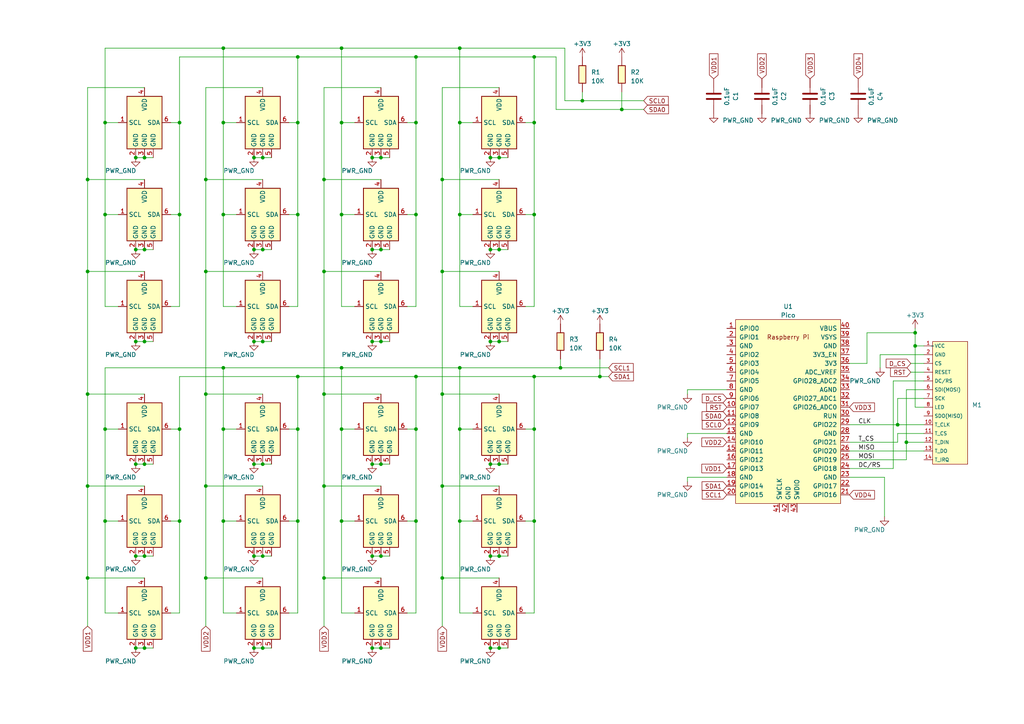
<source format=kicad_sch>
(kicad_sch (version 20230121) (generator eeschema)
  (paper "A4")
  (lib_symbols
    (symbol "MCU_RaspberryPi_and_Boards:Pico" (pin_names (offset 1.016))
      (property "Reference" "U" (at -13.97 27.94 0))
      (property "Value" "Pico" (at 0 19.05 0))
      (symbol "Pico_0_0"
        (text "Raspberry Pi" (at 0 21.59 0) (effects (font (size 1.27 1.27))))
      )
      (symbol "Pico_0_1"
        (rectangle (start -15.24 26.67) (end 15.24 -26.67) (fill (type background)))
      )
      (symbol "Pico_1_1"
        (pin bidirectional line (at -17.78 24.13 0) (length 2.54) (name "GPIO0") (number "1"))
        (pin bidirectional line (at -17.78 1.27 0) (length 2.54) (name "GPIO7") (number "10"))
        (pin bidirectional line (at -17.78 -1.27 0) (length 2.54) (name "GPIO8") (number "11"))
        (pin bidirectional line (at -17.78 -3.81 0) (length 2.54) (name "GPIO9") (number "12"))
        (pin power_in line (at -17.78 -6.35 0) (length 2.54) (name "GND") (number "13"))
        (pin bidirectional line (at -17.78 -8.89 0) (length 2.54) (name "GPIO10") (number "14"))
        (pin bidirectional line (at -17.78 -11.43 0) (length 2.54) (name "GPIO11") (number "15"))
        (pin bidirectional line (at -17.78 -13.97 0) (length 2.54) (name "GPIO12") (number "16"))
        (pin bidirectional line (at -17.78 -16.51 0) (length 2.54) (name "GPIO13") (number "17"))
        (pin power_in line (at -17.78 -19.05 0) (length 2.54) (name "GND") (number "18"))
        (pin bidirectional line (at -17.78 -21.59 0) (length 2.54) (name "GPIO14") (number "19"))
        (pin bidirectional line (at -17.78 21.59 0) (length 2.54) (name "GPIO1") (number "2"))
        (pin bidirectional line (at -17.78 -24.13 0) (length 2.54) (name "GPIO15") (number "20"))
        (pin bidirectional line (at 17.78 -24.13 180) (length 2.54) (name "GPIO16") (number "21"))
        (pin bidirectional line (at 17.78 -21.59 180) (length 2.54) (name "GPIO17") (number "22"))
        (pin power_in line (at 17.78 -19.05 180) (length 2.54) (name "GND") (number "23"))
        (pin bidirectional line (at 17.78 -16.51 180) (length 2.54) (name "GPIO18") (number "24"))
        (pin bidirectional line (at 17.78 -13.97 180) (length 2.54) (name "GPIO19") (number "25"))
        (pin bidirectional line (at 17.78 -11.43 180) (length 2.54) (name "GPIO20") (number "26"))
        (pin bidirectional line (at 17.78 -8.89 180) (length 2.54) (name "GPIO21") (number "27"))
        (pin power_in line (at 17.78 -6.35 180) (length 2.54) (name "GND") (number "28"))
        (pin bidirectional line (at 17.78 -3.81 180) (length 2.54) (name "GPIO22") (number "29"))
        (pin power_in line (at -17.78 19.05 0) (length 2.54) (name "GND") (number "3"))
        (pin input line (at 17.78 -1.27 180) (length 2.54) (name "RUN") (number "30"))
        (pin bidirectional line (at 17.78 1.27 180) (length 2.54) (name "GPIO26_ADC0") (number "31"))
        (pin bidirectional line (at 17.78 3.81 180) (length 2.54) (name "GPIO27_ADC1") (number "32"))
        (pin power_in line (at 17.78 6.35 180) (length 2.54) (name "AGND") (number "33"))
        (pin bidirectional line (at 17.78 8.89 180) (length 2.54) (name "GPIO28_ADC2") (number "34"))
        (pin unspecified line (at 17.78 11.43 180) (length 2.54) (name "ADC_VREF") (number "35"))
        (pin unspecified line (at 17.78 13.97 180) (length 2.54) (name "3V3") (number "36"))
        (pin input line (at 17.78 16.51 180) (length 2.54) (name "3V3_EN") (number "37"))
        (pin bidirectional line (at 17.78 19.05 180) (length 2.54) (name "GND") (number "38"))
        (pin unspecified line (at 17.78 21.59 180) (length 2.54) (name "VSYS") (number "39"))
        (pin bidirectional line (at -17.78 16.51 0) (length 2.54) (name "GPIO2") (number "4"))
        (pin unspecified line (at 17.78 24.13 180) (length 2.54) (name "VBUS") (number "40"))
        (pin input line (at -2.54 -29.21 90) (length 2.54) (name "SWCLK") (number "41"))
        (pin power_in line (at 0 -29.21 90) (length 2.54) (name "GND") (number "42"))
        (pin bidirectional line (at 2.54 -29.21 90) (length 2.54) (name "SWDIO") (number "43"))
        (pin bidirectional line (at -17.78 13.97 0) (length 2.54) (name "GPIO3") (number "5"))
        (pin bidirectional line (at -17.78 11.43 0) (length 2.54) (name "GPIO4") (number "6"))
        (pin bidirectional line (at -17.78 8.89 0) (length 2.54) (name "GPIO5") (number "7"))
        (pin power_in line (at -17.78 6.35 0) (length 2.54) (name "GND") (number "8"))
        (pin bidirectional line (at -17.78 3.81 0) (length 2.54) (name "GPIO6") (number "9"))
      )
    )
    (symbol "TFT-Modules:TFT-3.5inch-480x320-MSP3520-ILI9488"
      (property "Reference" "M" (at -5.08 36.83 0))
      (symbol "TFT-3.5inch-480x320-MSP3520-ILI9488_0_1"
        (rectangle (start -10.16 34.29) (end 0 -1.27) (fill (type background)))
      )
      (symbol "TFT-3.5inch-480x320-MSP3520-ILI9488_1_1"
        (pin power_in line (at 2.54 0 180) (length 2.54) (name "VCC") (number "1"))
        (pin input line (at 2.54 22.86 180) (length 2.54) (name "T_CLK") (number "10"))
        (pin input line (at 2.54 25.4 180) (length 2.54) (name "T_CS") (number "11"))
        (pin input line (at 2.54 27.94 180) (length 2.54) (name "T_DIN") (number "12"))
        (pin output line (at 2.54 30.48 180) (length 2.54) (name "T_DO") (number "13"))
        (pin output line (at 2.54 33.02 180) (length 2.54) (name "T_IRQ") (number "14"))
        (pin power_in line (at 2.54 2.54 180) (length 2.54) (name "GND") (number "2"))
        (pin input line (at 2.54 5.08 180) (length 2.54) (name "CS") (number "3"))
        (pin input line (at 2.54 7.62 180) (length 2.54) (name "RESET") (number "4"))
        (pin input line (at 2.54 10.16 180) (length 2.54) (name "DC/RS") (number "5"))
        (pin input line (at 2.54 12.7 180) (length 2.54) (name "SDI(MOSI)") (number "6"))
        (pin input line (at 2.54 15.24 180) (length 2.54) (name "SCK") (number "7"))
        (pin input line (at 2.54 17.78 180) (length 2.54) (name "LED") (number "8"))
        (pin output line (at 2.54 20.32 180) (length 2.54) (name "SDO(MISO)") (number "9"))
      )
    )
    (symbol "fab:C_1206" (pin_numbers hide)
      (property "Reference" "C" (at 0.635 2.54 0))
      (property "Value" "C_1206" (at 0.635 -2.54 0))
      (symbol "C_1206_0_1"
        (polyline (pts (xy -2.032 -0.762) (xy 2.032 -0.762)) (stroke (width 0.508)))
        (polyline (pts (xy -2.032 0.762) (xy 2.032 0.762)) (stroke (width 0.508)))
        (polyline (pts (xy 0 -0.635) (xy 0 -2.54)))
        (polyline (pts (xy 0 0.635) (xy 0 2.54)))
      )
      (symbol "C_1206_1_1"
        (pin passive line (at 0 5.08 270) (length 2.54) (name "~") (number "1"))
        (pin passive line (at 0 -5.08 90) (length 2.54) (name "~") (number "2"))
      )
    )
    (symbol "fab:PWR_GND" (power) (pin_names (offset 0))
      (property "Value" "PWR_GND" (at 0 -3.81 0))
      (symbol "PWR_GND_0_1"
        (polyline (pts (xy 0 0) (xy 0 -1.27) (xy 1.27 -1.27) (xy 0 -2.54) (xy -1.27 -1.27) (xy 0 -1.27)))
      )
      (symbol "PWR_GND_1_1"
        (pin power_in line (at 0 0 270) (length 0) hide (name "PWR_GND") (number "1"))
      )
    )
    (symbol "fab:R_1206" (pin_numbers hide) (pin_names (offset 0))
      (property "Reference" "R" (at 2.54 0 90))
      (property "Value" "R_1206" (at -2.54 0 90))
      (symbol "R_1206_0_1"
        (rectangle (start -1.016 -2.54) (end 1.016 2.54) (stroke (width 0.254)) (fill (type background)))
      )
      (symbol "R_1206_1_1"
        (pin passive line (at 0 5.08 270) (length 2.54) (name "~") (number "1"))
        (pin passive line (at 0 -5.08 90) (length 2.54) (name "~") (number "2"))
      )
    )
    (symbol "fab:Sensor_HallEffect_XYZ"
      (property "Reference" "U" (at -5.08 8.89 0))
      (property "Value" "Sensor_HallEffect_XYZ" (at 1.27 8.89 0))
      (symbol "Sensor_HallEffect_XYZ_0_1"
        (rectangle (start 5.08 7.62) (end -5.08 -7.62) (stroke (width 0.254)) (fill (type background)))
      )
      (symbol "Sensor_HallEffect_XYZ_1_1"
        (pin input line (at -7.62 0 0) (length 2.54) (name "SCL") (number "1"))
        (pin power_in line (at -2.54 -10.16 90) (length 2.54) (name "GND") (number "2"))
        (pin power_in line (at 0 -10.16 90) (length 2.54) (name "GND") (number "3"))
        (pin power_in line (at 0 10.16 270) (length 2.54) (name "VDD") (number "4"))
        (pin power_in line (at 2.54 -10.16 90) (length 2.54) (name "GND") (number "5"))
        (pin bidirectional line (at 7.62 0 180) (length 2.54) (name "SDA") (number "6"))
      )
    )
    (symbol "power:+3V3" (power) (pin_names (offset 0))
      (property "Value" "+3V3" (at 0 3.556 0))
      (symbol "+3V3_0_1"
        (polyline (pts (xy -0.762 1.27) (xy 0 2.54)))
        (polyline (pts (xy 0 0) (xy 0 2.54)))
        (polyline (pts (xy 0 2.54) (xy 0.762 1.27)))
      )
      (symbol "+3V3_1_1"
        (pin power_in line (at 0 0 90) (length 0) hide (name "+3V3") (number "1"))
      )
    )
  )
  (junction (at 39.37 99.06))
  (junction (at 59.69 52.07))
  (junction (at 76.2 99.06))
  (junction (at 107.95 99.06))
  (junction (at 59.69 78.74))
  (junction (at 262.89 128.27))
  (junction (at 144.78 72.39))
  (junction (at 76.2 45.72))
  (junction (at 30.48 124.46))
  (junction (at 59.69 167.64))
  (junction (at 52.07 124.46))
  (junction (at 107.95 45.72))
  (junction (at 25.4 78.74))
  (junction (at 86.36 35.56))
  (junction (at 144.78 99.06))
  (junction (at 86.36 151.13))
  (junction (at 41.91 187.96))
  (junction (at 133.35 106.68))
  (junction (at 93.98 52.07))
  (junction (at 107.95 72.39))
  (junction (at 110.49 72.39))
  (junction (at 120.65 35.56))
  (junction (at 154.94 109.22))
  (junction (at 25.4 167.64))
  (junction (at 39.37 45.72))
  (junction (at 52.07 35.56))
  (junction (at 30.48 62.23))
  (junction (at 99.06 35.56))
  (junction (at 120.65 16.51))
  (junction (at 30.48 35.56))
  (junction (at 107.95 134.62))
  (junction (at 93.98 78.74))
  (junction (at 260.35 123.19))
  (junction (at 73.66 161.29))
  (junction (at 142.24 72.39))
  (junction (at 64.77 151.13))
  (junction (at 30.48 151.13))
  (junction (at 52.07 62.23))
  (junction (at 59.69 114.3))
  (junction (at 99.06 62.23))
  (junction (at 110.49 45.72))
  (junction (at 168.91 29.21))
  (junction (at 154.94 151.13))
  (junction (at 73.66 99.06))
  (junction (at 86.36 62.23))
  (junction (at 133.35 62.23))
  (junction (at 41.91 72.39))
  (junction (at 107.95 161.29))
  (junction (at 76.2 134.62))
  (junction (at 99.06 13.97))
  (junction (at 154.94 124.46))
  (junction (at 154.94 16.51))
  (junction (at 133.35 151.13))
  (junction (at 133.35 124.46))
  (junction (at 64.77 124.46))
  (junction (at 99.06 106.68))
  (junction (at 144.78 187.96))
  (junction (at 64.77 106.68))
  (junction (at 52.07 151.13))
  (junction (at 86.36 109.22))
  (junction (at 76.2 72.39))
  (junction (at 110.49 187.96))
  (junction (at 76.2 187.96))
  (junction (at 144.78 134.62))
  (junction (at 120.65 109.22))
  (junction (at 99.06 124.46))
  (junction (at 120.65 151.13))
  (junction (at 110.49 161.29))
  (junction (at 99.06 151.13))
  (junction (at 128.27 52.07))
  (junction (at 173.99 109.22))
  (junction (at 128.27 114.3))
  (junction (at 39.37 72.39))
  (junction (at 128.27 78.74))
  (junction (at 73.66 45.72))
  (junction (at 25.4 114.3))
  (junction (at 73.66 187.96))
  (junction (at 144.78 161.29))
  (junction (at 142.24 45.72))
  (junction (at 39.37 187.96))
  (junction (at 154.94 62.23))
  (junction (at 39.37 161.29))
  (junction (at 25.4 52.07))
  (junction (at 59.69 140.97))
  (junction (at 93.98 114.3))
  (junction (at 142.24 99.06))
  (junction (at 128.27 140.97))
  (junction (at 93.98 140.97))
  (junction (at 41.91 161.29))
  (junction (at 265.43 96.52))
  (junction (at 86.36 16.51))
  (junction (at 133.35 13.97))
  (junction (at 180.34 31.75))
  (junction (at 107.95 187.96))
  (junction (at 128.27 167.64))
  (junction (at 162.56 106.68))
  (junction (at 64.77 35.56))
  (junction (at 39.37 134.62))
  (junction (at 76.2 161.29))
  (junction (at 144.78 45.72))
  (junction (at 41.91 45.72))
  (junction (at 64.77 13.97))
  (junction (at 110.49 134.62))
  (junction (at 93.98 167.64))
  (junction (at 25.4 140.97))
  (junction (at 41.91 99.06))
  (junction (at 265.43 100.33))
  (junction (at 73.66 134.62))
  (junction (at 142.24 161.29))
  (junction (at 142.24 187.96))
  (junction (at 120.65 62.23))
  (junction (at 64.77 62.23))
  (junction (at 154.94 35.56))
  (junction (at 73.66 72.39))
  (junction (at 110.49 99.06))
  (junction (at 133.35 35.56))
  (junction (at 41.91 134.62))
  (junction (at 142.24 134.62))
  (junction (at 86.36 124.46))
  (junction (at 120.65 124.46))
  (wire (pts (xy 25.4 140.97) (xy 25.4 167.64)))
  (wire (pts (xy 265.43 118.11) (xy 265.43 100.33)))
  (wire (pts (xy 147.32 99.06) (xy 144.78 99.06)))
  (wire (pts (xy 76.2 161.29) (xy 73.66 161.29)))
  (wire (pts (xy 113.03 134.62) (xy 110.49 134.62)))
  (wire (pts (xy 144.78 72.39) (xy 142.24 72.39)))
  (wire (pts (xy 147.32 72.39) (xy 144.78 72.39)))
  (wire (pts (xy 173.99 109.22) (xy 173.99 104.14)))
  (wire (pts (xy 128.27 78.74) (xy 144.78 78.74)))
  (wire (pts (xy 52.07 109.22) (xy 86.36 109.22)))
  (wire (pts (xy 30.48 88.9) (xy 30.48 62.23)))
  (wire (pts (xy 59.69 25.4) (xy 76.2 25.4)))
  (wire (pts (xy 52.07 62.23) (xy 49.53 62.23)))
  (wire (pts (xy 76.2 99.06) (xy 73.66 99.06)))
  (wire (pts (xy 30.48 177.8) (xy 34.29 177.8)))
  (wire (pts (xy 41.91 161.29) (xy 39.37 161.29)))
  (wire (pts (xy 144.78 99.06) (xy 142.24 99.06)))
  (wire (pts (xy 120.65 62.23) (xy 120.65 88.9)))
  (wire (pts (xy 30.48 62.23) (xy 34.29 62.23)))
  (wire (pts (xy 154.94 62.23) (xy 154.94 88.9)))
  (wire (pts (xy 86.36 35.56) (xy 86.36 62.23)))
  (wire (pts (xy 30.48 35.56) (xy 34.29 35.56)))
  (wire (pts (xy 64.77 13.97) (xy 99.06 13.97)))
  (wire (pts (xy 154.94 109.22) (xy 173.99 109.22)))
  (wire (pts (xy 99.06 13.97) (xy 99.06 35.56)))
  (wire (pts (xy 246.38 123.19) (xy 260.35 123.19)))
  (wire (pts (xy 44.45 161.29) (xy 41.91 161.29)))
  (wire (pts (xy 93.98 78.74) (xy 110.49 78.74)))
  (wire (pts (xy 52.07 16.51) (xy 52.07 35.56)))
  (wire (pts (xy 128.27 52.07) (xy 144.78 52.07)))
  (wire (pts (xy 30.48 124.46) (xy 34.29 124.46)))
  (wire (pts (xy 128.27 25.4) (xy 128.27 52.07)))
  (wire (pts (xy 30.48 35.56) (xy 30.48 62.23)))
  (wire (pts (xy 76.2 72.39) (xy 73.66 72.39)))
  (wire (pts (xy 265.43 96.52) (xy 265.43 95.25)))
  (wire (pts (xy 128.27 52.07) (xy 128.27 78.74)))
  (wire (pts (xy 110.49 134.62) (xy 107.95 134.62)))
  (wire (pts (xy 30.48 124.46) (xy 30.48 151.13)))
  (wire (pts (xy 30.48 88.9) (xy 34.29 88.9)))
  (wire (pts (xy 99.06 88.9) (xy 102.87 88.9)))
  (wire (pts (xy 44.45 72.39) (xy 41.91 72.39)))
  (wire (pts (xy 86.36 62.23) (xy 86.36 88.9)))
  (wire (pts (xy 99.06 13.97) (xy 133.35 13.97)))
  (wire (pts (xy 154.94 16.51) (xy 154.94 35.56)))
  (wire (pts (xy 163.83 29.21) (xy 168.91 29.21)))
  (wire (pts (xy 120.65 35.56) (xy 120.65 62.23)))
  (wire (pts (xy 152.4 124.46) (xy 154.94 124.46)))
  (wire (pts (xy 133.35 88.9) (xy 137.16 88.9)))
  (wire (pts (xy 76.2 187.96) (xy 73.66 187.96)))
  (wire (pts (xy 64.77 13.97) (xy 64.77 35.56)))
  (wire (pts (xy 99.06 177.8) (xy 99.06 151.13)))
  (wire (pts (xy 44.45 187.96) (xy 41.91 187.96)))
  (wire (pts (xy 113.03 187.96) (xy 110.49 187.96)))
  (wire (pts (xy 93.98 167.64) (xy 110.49 167.64)))
  (wire (pts (xy 86.36 151.13) (xy 83.82 151.13)))
  (wire (pts (xy 133.35 177.8) (xy 137.16 177.8)))
  (wire (pts (xy 64.77 88.9) (xy 64.77 62.23)))
  (wire (pts (xy 59.69 52.07) (xy 59.69 25.4)))
  (wire (pts (xy 64.77 124.46) (xy 68.58 124.46)))
  (wire (pts (xy 162.56 106.68) (xy 176.53 106.68)))
  (wire (pts (xy 120.65 109.22) (xy 154.94 109.22)))
  (wire (pts (xy 180.34 31.75) (xy 180.34 26.67)))
  (wire (pts (xy 161.29 16.51) (xy 161.29 31.75)))
  (wire (pts (xy 86.36 109.22) (xy 120.65 109.22)))
  (wire (pts (xy 120.65 88.9) (xy 118.11 88.9)))
  (wire (pts (xy 64.77 106.68) (xy 99.06 106.68)))
  (wire (pts (xy 120.65 124.46) (xy 120.65 151.13)))
  (wire (pts (xy 199.39 113.03) (xy 199.39 114.3)))
  (wire (pts (xy 120.65 151.13) (xy 120.65 177.8)))
  (wire (pts (xy 83.82 124.46) (xy 86.36 124.46)))
  (wire (pts (xy 255.27 102.87) (xy 255.27 106.68)))
  (wire (pts (xy 173.99 109.22) (xy 176.53 109.22)))
  (wire (pts (xy 154.94 151.13) (xy 154.94 177.8)))
  (wire (pts (xy 260.35 123.19) (xy 267.97 123.19)))
  (wire (pts (xy 256.54 138.43) (xy 256.54 149.86)))
  (wire (pts (xy 120.65 62.23) (xy 118.11 62.23)))
  (wire (pts (xy 93.98 78.74) (xy 93.98 114.3)))
  (wire (pts (xy 144.78 187.96) (xy 142.24 187.96)))
  (wire (pts (xy 152.4 35.56) (xy 154.94 35.56)))
  (wire (pts (xy 44.45 134.62) (xy 41.91 134.62)))
  (wire (pts (xy 78.74 99.06) (xy 76.2 99.06)))
  (wire (pts (xy 25.4 52.07) (xy 25.4 78.74)))
  (wire (pts (xy 246.38 105.41) (xy 251.46 105.41)))
  (wire (pts (xy 78.74 72.39) (xy 76.2 72.39)))
  (wire (pts (xy 25.4 167.64) (xy 25.4 181.61)))
  (wire (pts (xy 113.03 161.29) (xy 110.49 161.29)))
  (wire (pts (xy 25.4 52.07) (xy 41.91 52.07)))
  (wire (pts (xy 154.94 151.13) (xy 152.4 151.13)))
  (wire (pts (xy 99.06 124.46) (xy 99.06 151.13)))
  (wire (pts (xy 30.48 106.68) (xy 30.48 124.46)))
  (wire (pts (xy 99.06 124.46) (xy 102.87 124.46)))
  (wire (pts (xy 52.07 62.23) (xy 52.07 88.9)))
  (wire (pts (xy 59.69 78.74) (xy 59.69 52.07)))
  (wire (pts (xy 64.77 124.46) (xy 64.77 151.13)))
  (wire (pts (xy 133.35 106.68) (xy 133.35 124.46)))
  (wire (pts (xy 120.65 151.13) (xy 118.11 151.13)))
  (wire (pts (xy 259.08 110.49) (xy 267.97 110.49)))
  (wire (pts (xy 267.97 102.87) (xy 255.27 102.87)))
  (wire (pts (xy 199.39 125.73) (xy 199.39 127)))
  (wire (pts (xy 110.49 72.39) (xy 107.95 72.39)))
  (wire (pts (xy 110.49 99.06) (xy 107.95 99.06)))
  (wire (pts (xy 93.98 52.07) (xy 110.49 52.07)))
  (wire (pts (xy 59.69 167.64) (xy 76.2 167.64)))
  (wire (pts (xy 25.4 25.4) (xy 25.4 52.07)))
  (wire (pts (xy 133.35 35.56) (xy 137.16 35.56)))
  (wire (pts (xy 93.98 140.97) (xy 110.49 140.97)))
  (wire (pts (xy 251.46 96.52) (xy 251.46 105.41)))
  (wire (pts (xy 262.89 128.27) (xy 262.89 133.35)))
  (wire (pts (xy 99.06 88.9) (xy 99.06 62.23)))
  (wire (pts (xy 120.65 16.51) (xy 154.94 16.51)))
  (wire (pts (xy 161.29 31.75) (xy 180.34 31.75)))
  (wire (pts (xy 93.98 140.97) (xy 93.98 167.64)))
  (wire (pts (xy 168.91 29.21) (xy 186.69 29.21)))
  (wire (pts (xy 30.48 13.97) (xy 64.77 13.97)))
  (wire (pts (xy 262.89 128.27) (xy 267.97 128.27)))
  (wire (pts (xy 144.78 161.29) (xy 142.24 161.29)))
  (wire (pts (xy 30.48 13.97) (xy 30.48 35.56)))
  (wire (pts (xy 128.27 114.3) (xy 128.27 140.97)))
  (wire (pts (xy 41.91 72.39) (xy 39.37 72.39)))
  (wire (pts (xy 59.69 181.61) (xy 59.69 167.64)))
  (wire (pts (xy 41.91 187.96) (xy 39.37 187.96)))
  (wire (pts (xy 44.45 99.06) (xy 41.91 99.06)))
  (wire (pts (xy 30.48 151.13) (xy 34.29 151.13)))
  (wire (pts (xy 133.35 124.46) (xy 137.16 124.46)))
  (wire (pts (xy 52.07 35.56) (xy 52.07 62.23)))
  (wire (pts (xy 133.35 88.9) (xy 133.35 62.23)))
  (wire (pts (xy 113.03 72.39) (xy 110.49 72.39)))
  (wire (pts (xy 93.98 114.3) (xy 93.98 140.97)))
  (wire (pts (xy 133.35 13.97) (xy 163.83 13.97)))
  (wire (pts (xy 49.53 124.46) (xy 52.07 124.46)))
  (wire (pts (xy 251.46 96.52) (xy 265.43 96.52)))
  (wire (pts (xy 25.4 114.3) (xy 41.91 114.3)))
  (wire (pts (xy 25.4 78.74) (xy 25.4 114.3)))
  (wire (pts (xy 44.45 45.72) (xy 41.91 45.72)))
  (wire (pts (xy 78.74 134.62) (xy 76.2 134.62)))
  (wire (pts (xy 120.65 109.22) (xy 120.65 124.46)))
  (wire (pts (xy 154.94 124.46) (xy 154.94 151.13)))
  (wire (pts (xy 265.43 100.33) (xy 267.97 100.33)))
  (wire (pts (xy 86.36 62.23) (xy 83.82 62.23)))
  (wire (pts (xy 128.27 140.97) (xy 128.27 167.64)))
  (wire (pts (xy 259.08 110.49) (xy 259.08 135.89)))
  (wire (pts (xy 260.35 123.19) (xy 260.35 115.57)))
  (wire (pts (xy 52.07 16.51) (xy 86.36 16.51)))
  (wire (pts (xy 120.65 16.51) (xy 120.65 35.56)))
  (wire (pts (xy 64.77 35.56) (xy 68.58 35.56)))
  (wire (pts (xy 264.16 105.41) (xy 267.97 105.41)))
  (wire (pts (xy 99.06 177.8) (xy 102.87 177.8)))
  (wire (pts (xy 41.91 134.62) (xy 39.37 134.62)))
  (wire (pts (xy 110.49 161.29) (xy 107.95 161.29)))
  (wire (pts (xy 267.97 118.11) (xy 265.43 118.11)))
  (wire (pts (xy 260.35 115.57) (xy 267.97 115.57)))
  (wire (pts (xy 210.82 125.73) (xy 199.39 125.73)))
  (wire (pts (xy 59.69 114.3) (xy 76.2 114.3)))
  (wire (pts (xy 41.91 25.4) (xy 25.4 25.4)))
  (wire (pts (xy 93.98 25.4) (xy 93.98 52.07)))
  (wire (pts (xy 262.89 113.03) (xy 267.97 113.03)))
  (wire (pts (xy 154.94 35.56) (xy 154.94 62.23)))
  (wire (pts (xy 86.36 16.51) (xy 120.65 16.51)))
  (wire (pts (xy 59.69 114.3) (xy 59.69 78.74)))
  (wire (pts (xy 99.06 35.56) (xy 102.87 35.56)))
  (wire (pts (xy 154.94 109.22) (xy 154.94 124.46)))
  (wire (pts (xy 264.16 107.95) (xy 267.97 107.95)))
  (wire (pts (xy 246.38 138.43) (xy 256.54 138.43)))
  (wire (pts (xy 52.07 109.22) (xy 52.07 124.46)))
  (wire (pts (xy 246.38 128.27) (xy 260.35 128.27)))
  (wire (pts (xy 86.36 124.46) (xy 86.36 151.13)))
  (wire (pts (xy 86.36 177.8) (xy 83.82 177.8)))
  (wire (pts (xy 154.94 62.23) (xy 152.4 62.23)))
  (wire (pts (xy 133.35 151.13) (xy 137.16 151.13)))
  (wire (pts (xy 128.27 114.3) (xy 144.78 114.3)))
  (wire (pts (xy 25.4 167.64) (xy 41.91 167.64)))
  (wire (pts (xy 128.27 167.64) (xy 128.27 181.61)))
  (wire (pts (xy 52.07 124.46) (xy 52.07 151.13)))
  (wire (pts (xy 168.91 29.21) (xy 168.91 26.67)))
  (wire (pts (xy 147.32 45.72) (xy 144.78 45.72)))
  (wire (pts (xy 154.94 88.9) (xy 152.4 88.9)))
  (wire (pts (xy 99.06 106.68) (xy 133.35 106.68)))
  (wire (pts (xy 133.35 35.56) (xy 133.35 62.23)))
  (wire (pts (xy 147.32 161.29) (xy 144.78 161.29)))
  (wire (pts (xy 110.49 25.4) (xy 93.98 25.4)))
  (wire (pts (xy 133.35 62.23) (xy 137.16 62.23)))
  (wire (pts (xy 25.4 114.3) (xy 25.4 140.97)))
  (wire (pts (xy 64.77 177.8) (xy 64.77 151.13)))
  (wire (pts (xy 41.91 45.72) (xy 39.37 45.72)))
  (wire (pts (xy 64.77 88.9) (xy 68.58 88.9)))
  (wire (pts (xy 52.07 177.8) (xy 49.53 177.8)))
  (wire (pts (xy 260.35 125.73) (xy 267.97 125.73)))
  (wire (pts (xy 86.36 109.22) (xy 86.36 124.46)))
  (wire (pts (xy 99.06 106.68) (xy 99.06 124.46)))
  (wire (pts (xy 41.91 99.06) (xy 39.37 99.06)))
  (wire (pts (xy 110.49 45.72) (xy 107.95 45.72)))
  (wire (pts (xy 246.38 130.81) (xy 267.97 130.81)))
  (wire (pts (xy 52.07 151.13) (xy 49.53 151.13)))
  (wire (pts (xy 162.56 106.68) (xy 162.56 104.14)))
  (wire (pts (xy 118.11 35.56) (xy 120.65 35.56)))
  (wire (pts (xy 99.06 62.23) (xy 102.87 62.23)))
  (wire (pts (xy 180.34 31.75) (xy 186.69 31.75)))
  (wire (pts (xy 110.49 187.96) (xy 107.95 187.96)))
  (wire (pts (xy 128.27 140.97) (xy 144.78 140.97)))
  (wire (pts (xy 64.77 35.56) (xy 64.77 62.23)))
  (wire (pts (xy 133.35 13.97) (xy 133.35 35.56)))
  (wire (pts (xy 259.08 135.89) (xy 246.38 135.89)))
  (wire (pts (xy 144.78 25.4) (xy 128.27 25.4)))
  (wire (pts (xy 30.48 177.8) (xy 30.48 151.13)))
  (wire (pts (xy 128.27 78.74) (xy 128.27 114.3)))
  (wire (pts (xy 52.07 151.13) (xy 52.07 177.8)))
  (wire (pts (xy 262.89 133.35) (xy 246.38 133.35)))
  (wire (pts (xy 260.35 125.73) (xy 260.35 128.27)))
  (wire (pts (xy 128.27 167.64) (xy 144.78 167.64)))
  (wire (pts (xy 99.06 35.56) (xy 99.06 62.23)))
  (wire (pts (xy 76.2 134.62) (xy 73.66 134.62)))
  (wire (pts (xy 99.06 151.13) (xy 102.87 151.13)))
  (wire (pts (xy 199.39 138.43) (xy 199.39 139.7)))
  (wire (pts (xy 25.4 140.97) (xy 41.91 140.97)))
  (wire (pts (xy 83.82 35.56) (xy 86.36 35.56)))
  (wire (pts (xy 64.77 177.8) (xy 68.58 177.8)))
  (wire (pts (xy 262.89 128.27) (xy 262.89 113.03)))
  (wire (pts (xy 147.32 134.62) (xy 144.78 134.62)))
  (wire (pts (xy 120.65 177.8) (xy 118.11 177.8)))
  (wire (pts (xy 113.03 45.72) (xy 110.49 45.72)))
  (wire (pts (xy 86.36 88.9) (xy 83.82 88.9)))
  (wire (pts (xy 25.4 78.74) (xy 41.91 78.74)))
  (wire (pts (xy 59.69 140.97) (xy 59.69 114.3)))
  (wire (pts (xy 78.74 187.96) (xy 76.2 187.96)))
  (wire (pts (xy 59.69 140.97) (xy 76.2 140.97)))
  (wire (pts (xy 93.98 114.3) (xy 110.49 114.3)))
  (wire (pts (xy 64.77 106.68) (xy 64.77 124.46)))
  (wire (pts (xy 52.07 88.9) (xy 49.53 88.9)))
  (wire (pts (xy 265.43 100.33) (xy 265.43 96.52)))
  (wire (pts (xy 30.48 106.68) (xy 64.77 106.68)))
  (wire (pts (xy 113.03 99.06) (xy 110.49 99.06)))
  (wire (pts (xy 147.32 187.96) (xy 144.78 187.96)))
  (wire (pts (xy 118.11 124.46) (xy 120.65 124.46)))
  (wire (pts (xy 133.35 106.68) (xy 162.56 106.68)))
  (wire (pts (xy 76.2 45.72) (xy 73.66 45.72)))
  (wire (pts (xy 49.53 35.56) (xy 52.07 35.56)))
  (wire (pts (xy 86.36 16.51) (xy 86.36 35.56)))
  (wire (pts (xy 163.83 13.97) (xy 163.83 29.21)))
  (wire (pts (xy 64.77 62.23) (xy 68.58 62.23)))
  (wire (pts (xy 93.98 52.07) (xy 93.98 78.74)))
  (wire (pts (xy 86.36 151.13) (xy 86.36 177.8)))
  (wire (pts (xy 210.82 113.03) (xy 199.39 113.03)))
  (wire (pts (xy 133.35 124.46) (xy 133.35 151.13)))
  (wire (pts (xy 133.35 177.8) (xy 133.35 151.13)))
  (wire (pts (xy 78.74 161.29) (xy 76.2 161.29)))
  (wire (pts (xy 154.94 177.8) (xy 152.4 177.8)))
  (wire (pts (xy 144.78 45.72) (xy 142.24 45.72)))
  (wire (pts (xy 59.69 167.64) (xy 59.69 140.97)))
  (wire (pts (xy 78.74 45.72) (xy 76.2 45.72)))
  (wire (pts (xy 64.77 151.13) (xy 68.58 151.13)))
  (wire (pts (xy 154.94 16.51) (xy 161.29 16.51)))
  (wire (pts (xy 93.98 167.64) (xy 93.98 181.61)))
  (wire (pts (xy 199.39 138.43) (xy 210.82 138.43)))
  (wire (pts (xy 59.69 52.07) (xy 76.2 52.07)))
  (wire (pts (xy 144.78 134.62) (xy 142.24 134.62)))
  (wire (pts (xy 59.69 78.74) (xy 76.2 78.74)))
  (label "CLK" (at 248.92 123.19 0))
  (label "DC{slash}RS" (at 248.92 135.89 0))
  (label "MOSI" (at 248.92 133.35 0))
  (label "MISO" (at 248.92 130.81 0))
  (label "T_CS" (at 248.92 128.27 0))
  (global_label "D_CS" (shape input) (at 264.16 105.41 180) (property "Intersheetrefs" "${INTERSHEET_REFS}" (effects hide)))
  (global_label "VDD2" (shape input) (at 210.82 128.27 180) (property "Intersheetrefs" "${INTERSHEET_REFS}" (effects hide)))
  (global_label "RST" (shape input) (at 264.16 107.95 180) (property "Intersheetrefs" "${INTERSHEET_REFS}" (effects hide)))
  (global_label "VDD3" (shape input) (at 93.98 181.61 270) (property "Intersheetrefs" "${INTERSHEET_REFS}" (effects hide)))
  (global_label "VDD1" (shape input) (at 25.4 181.61 270) (property "Intersheetrefs" "${INTERSHEET_REFS}" (effects hide)))
  (global_label "SDA0" (shape input) (at 210.82 120.65 180) (property "Intersheetrefs" "${INTERSHEET_REFS}" (effects hide)))
  (global_label "VDD1" (shape input) (at 210.82 135.89 180) (property "Intersheetrefs" "${INTERSHEET_REFS}" (effects hide)))
  (global_label "VDD4" (shape input) (at 128.27 181.61 270) (property "Intersheetrefs" "${INTERSHEET_REFS}" (effects hide)))
  (global_label "VDD2" (shape input) (at 59.69 181.61 270) (property "Intersheetrefs" "${INTERSHEET_REFS}" (effects hide)))
  (global_label "SDA0" (shape input) (at 186.69 31.75 0) (property "Intersheetrefs" "${INTERSHEET_REFS}" (effects hide)))
  (global_label "VDD4" (shape input) (at 248.92 22.86 90) (property "Intersheetrefs" "${INTERSHEET_REFS}" (effects hide)))
  (global_label "SDA1" (shape input) (at 210.82 140.97 180) (property "Intersheetrefs" "${INTERSHEET_REFS}" (effects hide)))
  (global_label "RST" (shape input) (at 210.82 118.11 180) (property "Intersheetrefs" "${INTERSHEET_REFS}" (effects hide)))
  (global_label "SCL1" (shape input) (at 210.82 143.51 180) (property "Intersheetrefs" "${INTERSHEET_REFS}" (effects hide)))
  (global_label "SCL1" (shape input) (at 176.53 106.68 0) (property "Intersheetrefs" "${INTERSHEET_REFS}" (effects hide)))
  (global_label "VDD4" (shape input) (at 246.38 143.51 0) (property "Intersheetrefs" "${INTERSHEET_REFS}" (effects hide)))
  (global_label "SCL0" (shape input) (at 210.82 123.19 180) (property "Intersheetrefs" "${INTERSHEET_REFS}" (effects hide)))
  (global_label "VDD1" (shape input) (at 207.01 22.86 90) (property "Intersheetrefs" "${INTERSHEET_REFS}" (effects hide)))
  (global_label "VDD3" (shape input) (at 246.38 118.11 0) (property "Intersheetrefs" "${INTERSHEET_REFS}" (effects hide)))
  (global_label "SCL0" (shape input) (at 186.69 29.21 0) (property "Intersheetrefs" "${INTERSHEET_REFS}" (effects hide)))
  (global_label "D_CS" (shape input) (at 210.82 115.57 180) (property "Intersheetrefs" "${INTERSHEET_REFS}" (effects hide)))
  (global_label "SDA1" (shape input) (at 176.53 109.22 0) (property "Intersheetrefs" "${INTERSHEET_REFS}" (effects hide)))
  (global_label "VDD3" (shape input) (at 234.95 22.86 90) (property "Intersheetrefs" "${INTERSHEET_REFS}" (effects hide)))
  (global_label "VDD2" (shape input) (at 220.98 22.86 90) (property "Intersheetrefs" "${INTERSHEET_REFS}" (effects hide)))
  (symbol (lib_id "fab:Sensor_HallEffect_XYZ") (at 110.49 177.8 0) (unit 1)
    (property "Reference" "U1C3" (effects hide))
    (property "Value" "Sensor_HallEffect_XYZ" (effects hide))
    (property "Footprint" "fab:TSOT-23-6" (effects hide))
    (property "Datasheet" "https://media.digikey.com/pdf/Data%20Sheets/Infineon%20PDFs/TLE493D-A2B6_V1.3_4-9-19.pdf" (effects hide))
  )
  (symbol (lib_id "fab:PWR_GND") (at 107.95 187.96 0) (unit 1)
    (property "Reference" "#PWR032" (effects hide))
    (property "Value" "PWR_GND" (at 99.06 191.77 0) (effects (justify left)))
  )
  (symbol (lib_id "fab:Sensor_HallEffect_XYZ") (at 41.91 151.13 0) (unit 1)
    (property "Reference" "U1B1" (effects hide))
    (property "Value" "Sensor_HallEffect_XYZ" (effects hide))
    (property "Footprint" "fab:TSOT-23-6" (effects hide))
    (property "Datasheet" "https://media.digikey.com/pdf/Data%20Sheets/Infineon%20PDFs/TLE493D-A2B6_V1.3_4-9-19.pdf" (effects hide))
  )
  (symbol (lib_id "fab:Sensor_HallEffect_XYZ") (at 144.78 88.9 0) (unit 1)
    (property "Reference" "U0C4" (effects hide))
    (property "Value" "Sensor_HallEffect_XYZ" (effects hide))
    (property "Footprint" "fab:TSOT-23-6" (effects hide))
    (property "Datasheet" "https://media.digikey.com/pdf/Data%20Sheets/Infineon%20PDFs/TLE493D-A2B6_V1.3_4-9-19.pdf" (effects hide))
  )
  (symbol (lib_id "fab:PWR_GND") (at 73.66 161.29 0) (unit 1)
    (property "Reference" "#PWR018" (effects hide))
    (property "Value" "PWR_GND" (at 64.77 165.1 0) (effects (justify left)))
  )
  (symbol (lib_id "fab:PWR_GND") (at 256.54 149.86 0) (unit 1)
    (property "Reference" "#PWR024" (effects hide))
    (property "Value" "PWR_GND" (at 247.65 153.67 0) (effects (justify left)))
  )
  (symbol (lib_id "fab:PWR_GND") (at 73.66 99.06 0) (unit 1)
    (property "Reference" "#PWR016" (effects hide))
    (property "Value" "PWR_GND" (at 64.77 102.87 0) (effects (justify left)))
  )
  (symbol (lib_id "fab:PWR_GND") (at 234.95 33.02 0) (unit 1)
    (property "Reference" "#PWR03" (effects hide))
    (property "Value" "PWR_GND" (at 237.49 34.925 0) (effects (justify left)))
  )
  (symbol (lib_id "fab:PWR_GND") (at 39.37 45.72 0) (unit 1)
    (property "Reference" "#PWR08" (effects hide))
    (property "Value" "PWR_GND" (at 30.48 49.53 0) (effects (justify left)))
  )
  (symbol (lib_id "fab:R_1206") (at 173.99 99.06 0) (unit 1)
    (property "Reference" "R4" (at 176.53 98.425 0) (effects (justify left)))
    (property "Value" "10K" (at 176.53 100.965 0) (effects (justify left)))
    (property "Footprint" "fab:R_1206" (effects hide))
  )
  (symbol (lib_id "fab:PWR_GND") (at 107.95 134.62 0) (unit 1)
    (property "Reference" "#PWR030" (effects hide))
    (property "Value" "PWR_GND" (at 99.06 138.43 0) (effects (justify left)))
  )
  (symbol (lib_id "fab:Sensor_HallEffect_XYZ") (at 144.78 62.23 0) (unit 1)
    (property "Reference" "U0B4" (effects hide))
    (property "Value" "Sensor_HallEffect_XYZ" (effects hide))
    (property "Footprint" "fab:TSOT-23-6" (effects hide))
    (property "Datasheet" "https://media.digikey.com/pdf/Data%20Sheets/Infineon%20PDFs/TLE493D-A2B6_V1.3_4-9-19.pdf" (effects hide))
  )
  (symbol (lib_id "fab:Sensor_HallEffect_XYZ") (at 76.2 35.56 0) (unit 1)
    (property "Reference" "U0A2" (effects hide))
    (property "Value" "Sensor_HallEffect_XYZ" (effects hide))
    (property "Footprint" "fab:TSOT-23-6" (effects hide))
    (property "Datasheet" "https://media.digikey.com/pdf/Data%20Sheets/Infineon%20PDFs/TLE493D-A2B6_V1.3_4-9-19.pdf" (effects hide))
  )
  (symbol (lib_id "fab:PWR_GND") (at 73.66 45.72 0) (unit 1)
    (property "Reference" "#PWR014" (effects hide))
    (property "Value" "PWR_GND" (at 64.77 49.53 0) (effects (justify left)))
  )
  (symbol (lib_id "fab:Sensor_HallEffect_XYZ") (at 76.2 151.13 0) (unit 1)
    (property "Reference" "U1B2" (effects hide))
    (property "Value" "Sensor_HallEffect_XYZ" (effects hide))
    (property "Footprint" "fab:TSOT-23-6" (effects hide))
    (property "Datasheet" "https://media.digikey.com/pdf/Data%20Sheets/Infineon%20PDFs/TLE493D-A2B6_V1.3_4-9-19.pdf" (effects hide))
  )
  (symbol (lib_id "fab:PWR_GND") (at 107.95 99.06 0) (unit 1)
    (property "Reference" "#PWR029" (effects hide))
    (property "Value" "PWR_GND" (at 99.06 102.87 0) (effects (justify left)))
  )
  (symbol (lib_id "fab:PWR_GND") (at 107.95 72.39 0) (unit 1)
    (property "Reference" "#PWR028" (effects hide))
    (property "Value" "PWR_GND" (at 99.06 76.2 0) (effects (justify left)))
  )
  (symbol (lib_id "fab:PWR_GND") (at 39.37 161.29 0) (unit 1)
    (property "Reference" "#PWR09" (effects hide))
    (property "Value" "PWR_GND" (at 30.48 165.1 0) (effects (justify left)))
  )
  (symbol (lib_id "fab:PWR_GND") (at 39.37 134.62 0) (unit 1)
    (property "Reference" "#PWR06" (effects hide))
    (property "Value" "PWR_GND" (at 30.48 138.43 0) (effects (justify left)))
  )
  (symbol (lib_id "fab:PWR_GND") (at 220.98 33.02 0) (unit 1)
    (property "Reference" "#PWR01" (effects hide))
    (property "Value" "PWR_GND" (at 223.52 34.925 0) (effects (justify left)))
  )
  (symbol (lib_id "fab:C_1206") (at 248.92 27.94 0) (unit 1)
    (property "Reference" "C4" (at 255.27 27.94 90))
    (property "Value" "0.1uF" (at 252.73 27.94 90))
    (property "Footprint" "fab:C_1206" (effects hide))
    (property "Datasheet" "https://www.yageo.com/upload/media/product/productsearch/datasheet/mlcc/UPY-GP_NP0_16V-to-50V_18.pdf" (effects hide))
  )
  (symbol (lib_id "power:+3V3") (at 265.43 95.25 0) (unit 1)
    (property "Reference" "#PWR020" (effects hide))
    (property "Value" "+3V3" (at 265.43 91.44 0))
  )
  (symbol (lib_id "power:+3V3") (at 180.34 16.51 0) (unit 1)
    (property "Reference" "#PWR07" (effects hide))
    (property "Value" "+3V3" (at 180.34 12.7 0))
  )
  (symbol (lib_id "fab:Sensor_HallEffect_XYZ") (at 110.49 151.13 0) (unit 1)
    (property "Reference" "U1B3" (effects hide))
    (property "Value" "Sensor_HallEffect_XYZ" (effects hide))
    (property "Footprint" "fab:TSOT-23-6" (effects hide))
    (property "Datasheet" "https://media.digikey.com/pdf/Data%20Sheets/Infineon%20PDFs/TLE493D-A2B6_V1.3_4-9-19.pdf" (effects hide))
  )
  (symbol (lib_id "fab:PWR_GND") (at 255.27 106.68 0) (unit 1)
    (property "Reference" "#PWR025" (effects hide))
    (property "Value" "PWR_GND" (at 246.38 110.49 0) (effects (justify left)))
  )
  (symbol (lib_id "fab:PWR_GND") (at 142.24 161.29 0) (unit 1)
    (property "Reference" "#PWR043" (effects hide))
    (property "Value" "PWR_GND" (at 133.35 165.1 0) (effects (justify left)))
  )
  (symbol (lib_id "fab:PWR_GND") (at 107.95 45.72 0) (unit 1)
    (property "Reference" "#PWR026" (effects hide))
    (property "Value" "PWR_GND" (at 99.06 49.53 0) (effects (justify left)))
  )
  (symbol (lib_id "fab:Sensor_HallEffect_XYZ") (at 110.49 124.46 0) (unit 1)
    (property "Reference" "U1A3" (effects hide))
    (property "Value" "Sensor_HallEffect_XYZ" (effects hide))
    (property "Footprint" "fab:TSOT-23-6" (effects hide))
    (property "Datasheet" "https://media.digikey.com/pdf/Data%20Sheets/Infineon%20PDFs/TLE493D-A2B6_V1.3_4-9-19.pdf" (effects hide))
  )
  (symbol (lib_id "fab:PWR_GND") (at 142.24 72.39 0) (unit 1)
    (property "Reference" "#PWR040" (effects hide))
    (property "Value" "PWR_GND" (at 133.35 76.2 0) (effects (justify left)))
  )
  (symbol (lib_id "fab:Sensor_HallEffect_XYZ") (at 144.78 124.46 0) (unit 1)
    (property "Reference" "U1A4" (effects hide))
    (property "Value" "Sensor_HallEffect_XYZ" (effects hide))
    (property "Footprint" "fab:TSOT-23-6" (effects hide))
    (property "Datasheet" "https://media.digikey.com/pdf/Data%20Sheets/Infineon%20PDFs/TLE493D-A2B6_V1.3_4-9-19.pdf" (effects hide))
  )
  (symbol (lib_id "fab:PWR_GND") (at 248.92 33.02 0) (unit 1)
    (property "Reference" "#PWR05" (effects hide))
    (property "Value" "PWR_GND" (at 251.46 34.925 0) (effects (justify left)))
  )
  (symbol (lib_id "fab:C_1206") (at 234.95 27.94 0) (unit 1)
    (property "Reference" "C3" (at 241.3 27.94 90))
    (property "Value" "0.1uF" (at 238.76 27.94 90))
    (property "Footprint" "fab:C_1206" (effects hide))
    (property "Datasheet" "https://www.yageo.com/upload/media/product/productsearch/datasheet/mlcc/UPY-GP_NP0_16V-to-50V_18.pdf" (effects hide))
  )
  (symbol (lib_id "fab:PWR_GND") (at 39.37 99.06 0) (unit 1)
    (property "Reference" "#PWR04" (effects hide))
    (property "Value" "PWR_GND" (at 30.48 102.87 0) (effects (justify left)))
  )
  (symbol (lib_id "power:+3V3") (at 168.91 16.51 0) (unit 1)
    (property "Reference" "#PWR011" (effects hide))
    (property "Value" "+3V3" (at 168.91 12.7 0))
  )
  (symbol (lib_id "fab:PWR_GND") (at 73.66 187.96 0) (unit 1)
    (property "Reference" "#PWR019" (effects hide))
    (property "Value" "PWR_GND" (at 64.77 191.77 0) (effects (justify left)))
  )
  (symbol (lib_id "fab:Sensor_HallEffect_XYZ") (at 76.2 124.46 0) (unit 1)
    (property "Reference" "U1A2" (effects hide))
    (property "Value" "Sensor_HallEffect_XYZ" (effects hide))
    (property "Footprint" "fab:TSOT-23-6" (effects hide))
    (property "Datasheet" "https://media.digikey.com/pdf/Data%20Sheets/Infineon%20PDFs/TLE493D-A2B6_V1.3_4-9-19.pdf" (effects hide))
  )
  (symbol (lib_id "fab:Sensor_HallEffect_XYZ") (at 144.78 35.56 0) (unit 1)
    (property "Reference" "U0A4" (effects hide))
    (property "Value" "Sensor_HallEffect_XYZ" (effects hide))
    (property "Footprint" "fab:TSOT-23-6" (effects hide))
    (property "Datasheet" "https://media.digikey.com/pdf/Data%20Sheets/Infineon%20PDFs/TLE493D-A2B6_V1.3_4-9-19.pdf" (effects hide))
  )
  (symbol (lib_id "fab:Sensor_HallEffect_XYZ") (at 41.91 35.56 0) (unit 1)
    (property "Reference" "U0A1" (effects hide))
    (property "Value" "Sensor_HallEffect_XYZ" (effects hide))
    (property "Footprint" "fab:TSOT-23-6" (effects hide))
    (property "Datasheet" "https://media.digikey.com/pdf/Data%20Sheets/Infineon%20PDFs/TLE493D-A2B6_V1.3_4-9-19.pdf" (effects hide))
  )
  (symbol (lib_id "fab:Sensor_HallEffect_XYZ") (at 76.2 62.23 0) (unit 1)
    (property "Reference" "U0B2" (effects hide))
    (property "Value" "Sensor_HallEffect_XYZ" (effects hide))
    (property "Footprint" "fab:TSOT-23-6" (effects hide))
    (property "Datasheet" "https://media.digikey.com/pdf/Data%20Sheets/Infineon%20PDFs/TLE493D-A2B6_V1.3_4-9-19.pdf" (effects hide))
  )
  (symbol (lib_id "fab:PWR_GND") (at 142.24 45.72 0) (unit 1)
    (property "Reference" "#PWR039" (effects hide))
    (property "Value" "PWR_GND" (at 133.35 49.53 0) (effects (justify left)))
  )
  (symbol (lib_id "fab:PWR_GND") (at 199.39 114.3 0) (unit 1)
    (property "Reference" "#PWR033" (effects hide))
    (property "Value" "PWR_GND" (at 190.5 118.11 0) (effects (justify left)))
  )
  (symbol (lib_id "fab:C_1206") (at 207.01 27.94 0) (unit 1)
    (property "Reference" "C1" (at 213.36 27.94 90))
    (property "Value" "0.1uF" (at 210.82 27.94 90))
    (property "Footprint" "fab:C_1206" (effects hide))
    (property "Datasheet" "https://www.yageo.com/upload/media/product/productsearch/datasheet/mlcc/UPY-GP_NP0_16V-to-50V_18.pdf" (effects hide))
  )
  (symbol (lib_id "fab:Sensor_HallEffect_XYZ") (at 76.2 177.8 0) (unit 1)
    (property "Reference" "U1C2" (effects hide))
    (property "Value" "Sensor_HallEffect_XYZ" (effects hide))
    (property "Footprint" "fab:TSOT-23-6" (effects hide))
    (property "Datasheet" "https://media.digikey.com/pdf/Data%20Sheets/Infineon%20PDFs/TLE493D-A2B6_V1.3_4-9-19.pdf" (effects hide))
  )
  (symbol (lib_id "fab:PWR_GND") (at 142.24 134.62 0) (unit 1)
    (property "Reference" "#PWR042" (effects hide))
    (property "Value" "PWR_GND" (at 133.35 138.43 0) (effects (justify left)))
  )
  (symbol (lib_id "fab:PWR_GND") (at 39.37 72.39 0) (unit 1)
    (property "Reference" "#PWR02" (effects hide))
    (property "Value" "PWR_GND" (at 30.48 76.2 0) (effects (justify left)))
  )
  (symbol (lib_id "fab:Sensor_HallEffect_XYZ") (at 76.2 88.9 0) (unit 1)
    (property "Reference" "U0C2" (effects hide))
    (property "Value" "Sensor_HallEffect_XYZ" (effects hide))
    (property "Footprint" "fab:TSOT-23-6" (effects hide))
    (property "Datasheet" "https://media.digikey.com/pdf/Data%20Sheets/Infineon%20PDFs/TLE493D-A2B6_V1.3_4-9-19.pdf" (effects hide))
  )
  (symbol (lib_id "fab:PWR_GND") (at 73.66 72.39 0) (unit 1)
    (property "Reference" "#PWR015" (effects hide))
    (property "Value" "PWR_GND" (at 64.77 76.2 0) (effects (justify left)))
  )
  (symbol (lib_id "fab:Sensor_HallEffect_XYZ") (at 41.91 177.8 0) (unit 1)
    (property "Reference" "U1C1" (effects hide))
    (property "Value" "Sensor_HallEffect_XYZ" (effects hide))
    (property "Footprint" "fab:TSOT-23-6" (effects hide))
    (property "Datasheet" "https://media.digikey.com/pdf/Data%20Sheets/Infineon%20PDFs/TLE493D-A2B6_V1.3_4-9-19.pdf" (effects hide))
  )
  (symbol (lib_id "fab:PWR_GND") (at 142.24 187.96 0) (unit 1)
    (property "Reference" "#PWR044" (effects hide))
    (property "Value" "PWR_GND" (at 133.35 191.77 0) (effects (justify left)))
  )
  (symbol (lib_id "fab:R_1206") (at 162.56 99.06 0) (unit 1)
    (property "Reference" "R3" (at 165.1 98.425 0) (effects (justify left)))
    (property "Value" "10K" (at 165.1 100.965 0) (effects (justify left)))
    (property "Footprint" "fab:R_1206" (effects hide))
  )
  (symbol (lib_id "fab:Sensor_HallEffect_XYZ") (at 110.49 35.56 0) (unit 1)
    (property "Reference" "U0A3" (effects hide))
    (property "Value" "Sensor_HallEffect_XYZ" (effects hide))
    (property "Footprint" "fab:TSOT-23-6" (effects hide))
    (property "Datasheet" "https://media.digikey.com/pdf/Data%20Sheets/Infineon%20PDFs/TLE493D-A2B6_V1.3_4-9-19.pdf" (effects hide))
  )
  (symbol (lib_id "fab:PWR_GND") (at 199.39 127 0) (unit 1)
    (property "Reference" "#PWR023" (effects hide))
    (property "Value" "PWR_GND" (at 190.5 130.81 0) (effects (justify left)))
  )
  (symbol (lib_id "MCU_RaspberryPi_and_Boards:Pico") (at 228.6 119.38 0) (unit 1)
    (property "Reference" "U1" (at 228.6 88.9 0))
    (property "Value" "Pico" (at 228.6 91.44 0))
    (property "Footprint" "RPi_Pico:RPi_Pico_SMD_TH" (effects hide))
  )
  (symbol (lib_id "fab:PWR_GND") (at 199.39 139.7 0) (unit 1)
    (property "Reference" "#PWR022" (effects hide))
    (property "Value" "PWR_GND" (at 190.5 143.51 0) (effects (justify left)))
  )
  (symbol (lib_id "fab:PWR_GND") (at 207.01 33.02 0) (unit 1)
    (property "Reference" "#PWR027" (effects hide))
    (property "Value" "PWR_GND" (at 209.55 34.925 0) (effects (justify left)))
  )
  (symbol (lib_id "fab:C_1206") (at 220.98 27.94 0) (unit 1)
    (property "Reference" "C2" (at 227.33 27.94 90))
    (property "Value" "0.1uF" (at 224.79 27.94 90))
    (property "Footprint" "fab:C_1206" (effects hide))
    (property "Datasheet" "https://www.yageo.com/upload/media/product/productsearch/datasheet/mlcc/UPY-GP_NP0_16V-to-50V_18.pdf" (effects hide))
  )
  (symbol (lib_id "fab:Sensor_HallEffect_XYZ") (at 41.91 62.23 0) (unit 1)
    (property "Reference" "U0B1" (effects hide))
    (property "Value" "Sensor_HallEffect_XYZ" (effects hide))
    (property "Footprint" "fab:TSOT-23-6" (effects hide))
    (property "Datasheet" "https://media.digikey.com/pdf/Data%20Sheets/Infineon%20PDFs/TLE493D-A2B6_V1.3_4-9-19.pdf" (effects hide))
  )
  (symbol (lib_id "fab:PWR_GND") (at 73.66 134.62 0) (unit 1)
    (property "Reference" "#PWR017" (effects hide))
    (property "Value" "PWR_GND" (at 64.77 138.43 0) (effects (justify left)))
  )
  (symbol (lib_id "fab:R_1206") (at 168.91 21.59 0) (unit 1)
    (property "Reference" "R1" (at 171.45 20.955 0) (effects (justify left)))
    (property "Value" "10K" (at 171.45 23.495 0) (effects (justify left)))
    (property "Footprint" "fab:R_1206" (effects hide))
  )
  (symbol (lib_id "fab:Sensor_HallEffect_XYZ") (at 41.91 124.46 0) (unit 1)
    (property "Reference" "U1A1" (effects hide))
    (property "Value" "Sensor_HallEffect_XYZ" (effects hide))
    (property "Footprint" "fab:TSOT-23-6" (effects hide))
    (property "Datasheet" "https://media.digikey.com/pdf/Data%20Sheets/Infineon%20PDFs/TLE493D-A2B6_V1.3_4-9-19.pdf" (effects hide))
  )
  (symbol (lib_id "fab:Sensor_HallEffect_XYZ") (at 144.78 177.8 0) (unit 1)
    (property "Reference" "U1C4" (effects hide))
    (property "Value" "Sensor_HallEffect_XYZ" (effects hide))
    (property "Footprint" "fab:TSOT-23-6" (effects hide))
    (property "Datasheet" "https://media.digikey.com/pdf/Data%20Sheets/Infineon%20PDFs/TLE493D-A2B6_V1.3_4-9-19.pdf" (effects hide))
  )
  (symbol (lib_id "TFT-Modules:TFT-3.5inch-480x320-MSP3520-ILI9488") (at 270.51 100.33 180) (unit 1)
    (property "Reference" "M1" (at 281.94 117.475 0) (effects (justify right)))
    (property "Value" "~" (at 270.51 100.33 0))
    (property "Footprint" "TFT-Modules:TFT-3.5-480x320-MSP3520-ILI9488" (effects hide))
  )
  (symbol (lib_id "fab:PWR_GND") (at 107.95 161.29 0) (unit 1)
    (property "Reference" "#PWR031" (effects hide))
    (property "Value" "PWR_GND" (at 99.06 165.1 0) (effects (justify left)))
  )
  (symbol (lib_id "power:+3V3") (at 173.99 93.98 0) (unit 1)
    (property "Reference" "#PWR013" (effects hide))
    (property "Value" "+3V3" (at 173.99 90.17 0))
  )
  (symbol (lib_id "fab:Sensor_HallEffect_XYZ") (at 144.78 151.13 0) (unit 1)
    (property "Reference" "U1B4" (effects hide))
    (property "Value" "Sensor_HallEffect_XYZ" (effects hide))
    (property "Footprint" "fab:TSOT-23-6" (effects hide))
    (property "Datasheet" "https://media.digikey.com/pdf/Data%20Sheets/Infineon%20PDFs/TLE493D-A2B6_V1.3_4-9-19.pdf" (effects hide))
  )
  (symbol (lib_id "fab:Sensor_HallEffect_XYZ") (at 41.91 88.9 0) (unit 1)
    (property "Reference" "U0C1" (effects hide))
    (property "Value" "Sensor_HallEffect_XYZ" (effects hide))
    (property "Footprint" "fab:TSOT-23-6" (effects hide))
    (property "Datasheet" "https://media.digikey.com/pdf/Data%20Sheets/Infineon%20PDFs/TLE493D-A2B6_V1.3_4-9-19.pdf" (effects hide))
  )
  (symbol (lib_id "power:+3V3") (at 162.56 93.98 0) (unit 1)
    (property "Reference" "#PWR012" (effects hide))
    (property "Value" "+3V3" (at 162.56 90.17 0))
  )
  (symbol (lib_id "fab:R_1206") (at 180.34 21.59 0) (unit 1)
    (property "Reference" "R2" (at 182.88 20.955 0) (effects (justify left)))
    (property "Value" "10K" (at 182.88 23.495 0) (effects (justify left)))
    (property "Footprint" "fab:R_1206" (effects hide))
  )
  (symbol (lib_id "fab:Sensor_HallEffect_XYZ") (at 110.49 62.23 0) (unit 1)
    (property "Reference" "U0B3" (effects hide))
    (property "Value" "Sensor_HallEffect_XYZ" (effects hide))
    (property "Footprint" "fab:TSOT-23-6" (effects hide))
    (property "Datasheet" "https://media.digikey.com/pdf/Data%20Sheets/Infineon%20PDFs/TLE493D-A2B6_V1.3_4-9-19.pdf" (effects hide))
  )
  (symbol (lib_id "fab:PWR_GND") (at 39.37 187.96 0) (unit 1)
    (property "Reference" "#PWR010" (effects hide))
    (property "Value" "PWR_GND" (at 30.48 191.77 0) (effects (justify left)))
  )
  (symbol (lib_id "fab:PWR_GND") (at 142.24 99.06 0) (unit 1)
    (property "Reference" "#PWR041" (effects hide))
    (property "Value" "PWR_GND" (at 133.35 102.87 0) (effects (justify left)))
  )
  (symbol (lib_id "fab:Sensor_HallEffect_XYZ") (at 110.49 88.9 0) (unit 1)
    (property "Reference" "U0C3" (effects hide))
    (property "Value" "Sensor_HallEffect_XYZ" (effects hide))
    (property "Footprint" "fab:TSOT-23-6" (effects hide))
    (property "Datasheet" "https://media.digikey.com/pdf/Data%20Sheets/Infineon%20PDFs/TLE493D-A2B6_V1.3_4-9-19.pdf" (effects hide))
  )
)
</source>
